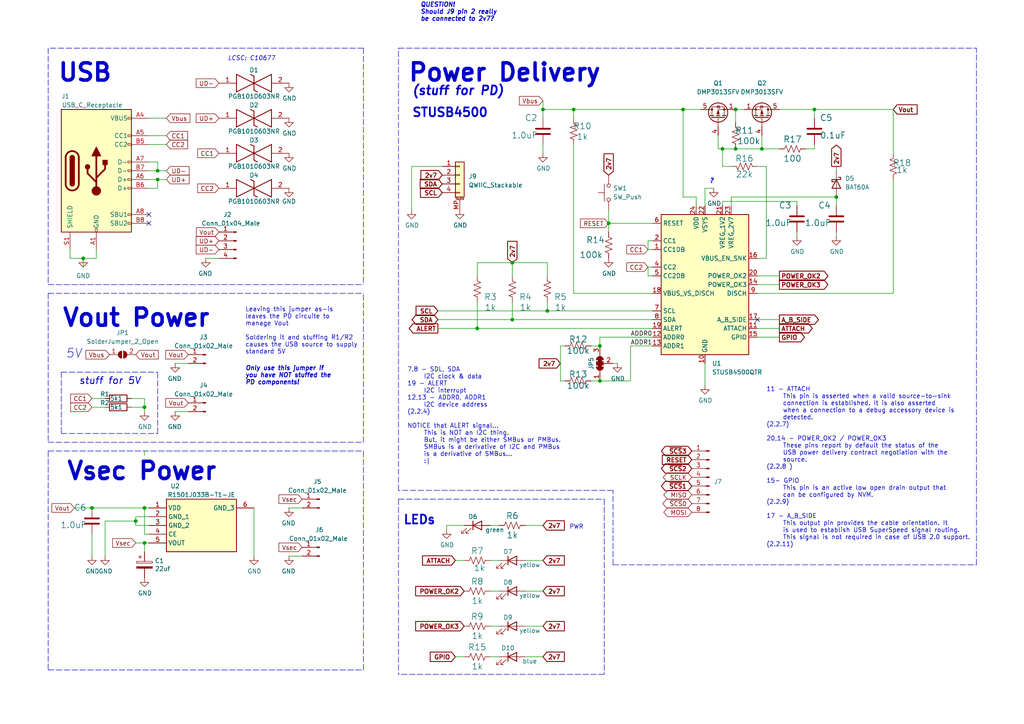
<source format=kicad_sch>
(kicad_sch (version 20211123) (generator eeschema)
  (paper "A4")
  (title_block (title "USB-C (PD) Board") (rev "0.2.9") (company "The Nerd Mage") (comment 1 "Set I2C address by cutting 1 or both links in JP5") (comment 2 "Cut all 3 links in JP2-JP4 to remove I2C pullups") (comment 3 "Stuff U1/C1/C6 for 3v3 power supply") (comment 4 "Stuff only R1/R2 and jump JP1 for 5V (non PD) power on Vout"))
  (junction (at 157.48 31.75))
  (junction (at 220.98 43.18))
  (junction (at 138.43 95.25))
  (junction (at 213.36 43.18))
  (junction (at 166.37 31.75))
  (junction (at 26.67 147.32))
  (junction (at 173.99 100.33))
  (junction (at 41.91 157.48))
  (junction (at 39.37 151.13))
  (junction (at 173.99 110.49))
  (junction (at 176.53 64.77))
  (junction (at 198.12 31.75))
  (junction (at 45.72 49.53))
  (junction (at 236.22 31.75))
  (junction (at 213.36 31.75))
  (junction (at 158.75 90.17))
  (junction (at 242.57 57.15))
  (junction (at 41.91 147.32))
  (junction (at 45.72 52.07))
  (junction (at 24.13 74.93))
  (junction (at 148.59 92.71))
  (junction (at 148.59 76.2))
  (junction (at 209.55 43.18))
  (junction (at 41.91 118.11))
  (no_connect (at 43.18 62.23))
  (no_connect (at 43.18 64.77))
  (no_connect (at 219.71 92.71))
  (wire (pts (xy 127 95.25) (xy 138.43 95.25)))
  (wire (pts (xy 171.45 110.49) (xy 173.99 110.49)))
  (wire (pts (xy 201.93 57.15) (xy 201.93 59.69)))
  (wire (pts (xy 182.88 100.33) (xy 189.23 100.33)))
  (wire (pts (xy 204.47 54.61) (xy 204.47 59.69)))
  (wire (pts (xy 41.91 157.48) (xy 41.91 160.02)))
  (wire (pts (xy 129.54 152.4) (xy 129.54 153.67)))
  (wire (pts (xy 236.22 31.75) (xy 259.08 31.75)))
  (wire (pts (xy 213.36 31.75) (xy 213.36 35.56)))
  (wire (pts (xy 54.61 119.38) (xy 50.8 119.38)))
  (polyline (pts (xy 115.57 144.78) (xy 175.26 144.78)))
  (polyline (pts (xy 105.41 13.97) (xy 105.41 82.55)))
  (wire (pts (xy 209.55 43.18) (xy 213.36 43.18)))
  (wire (pts (xy 176.53 60.96) (xy 176.53 64.77)))
  (wire (pts (xy 43.18 34.29) (xy 48.26 34.29)))
  (wire (pts (xy 43.18 154.94) (xy 41.91 154.94)))
  (wire (pts (xy 219.71 97.79) (xy 226.06 97.79)))
  (wire (pts (xy 242.57 49.53) (xy 242.57 48.26)))
  (wire (pts (xy 219.71 82.55) (xy 226.06 82.55)))
  (wire (pts (xy 87.63 161.29) (xy 83.82 161.29)))
  (polyline (pts (xy 105.41 13.97) (xy 13.97 13.97)))
  (wire (pts (xy 198.12 31.75) (xy 203.2 31.75)))
  (polyline (pts (xy 13.97 128.27) (xy 105.41 128.27)))
  (wire (pts (xy 157.48 31.75) (xy 166.37 31.75)))
  (polyline (pts (xy 115.57 144.78) (xy 115.57 195.58)))
  (wire (pts (xy 198.12 57.15) (xy 201.93 57.15)))
  (wire (pts (xy 152.4 162.56) (xy 157.48 162.56)))
  (wire (pts (xy 127 92.71) (xy 148.59 92.71)))
  (wire (pts (xy 187.96 69.85) (xy 187.96 72.39)))
  (wire (pts (xy 158.75 80.01) (xy 158.75 76.2)))
  (polyline (pts (xy 105.41 128.27) (xy 105.41 85.09)))
  (wire (pts (xy 41.91 118.11) (xy 41.91 119.38)))
  (wire (pts (xy 142.24 171.45) (xy 144.78 171.45)))
  (polyline (pts (xy 45.72 125.73) (xy 45.72 107.95)))
  (wire (pts (xy 20.32 74.93) (xy 24.13 74.93)))
  (wire (pts (xy 45.72 49.53) (xy 48.26 49.53)))
  (wire (pts (xy 43.18 54.61) (xy 45.72 54.61)))
  (wire (pts (xy 26.67 115.57) (xy 30.48 115.57)))
  (wire (pts (xy 231.14 58.42) (xy 231.14 59.69)))
  (wire (pts (xy 189.23 97.79) (xy 173.99 97.79)))
  (wire (pts (xy 158.75 87.63) (xy 158.75 90.17)))
  (polyline (pts (xy 17.78 125.73) (xy 45.72 125.73)))
  (wire (pts (xy 128.27 48.26) (xy 119.38 48.26)))
  (wire (pts (xy 129.54 152.4) (xy 134.62 152.4)))
  (wire (pts (xy 233.68 43.18) (xy 236.22 43.18)))
  (wire (pts (xy 152.4 190.5) (xy 157.48 190.5)))
  (wire (pts (xy 212.09 59.69) (xy 212.09 57.15)))
  (polyline (pts (xy 13.97 130.81) (xy 105.41 130.81)))
  (wire (pts (xy 134.62 190.5) (xy 132.08 190.5)))
  (wire (pts (xy 162.56 100.33) (xy 163.83 100.33)))
  (wire (pts (xy 157.48 41.91) (xy 157.48 44.45)))
  (wire (pts (xy 204.47 105.41) (xy 204.47 111.76)))
  (wire (pts (xy 43.18 41.91) (xy 48.26 41.91)))
  (wire (pts (xy 209.55 58.42) (xy 209.55 59.69)))
  (wire (pts (xy 148.59 76.2) (xy 138.43 76.2)))
  (polyline (pts (xy 13.97 85.09) (xy 13.97 128.27)))
  (wire (pts (xy 189.23 69.85) (xy 187.96 69.85)))
  (polyline (pts (xy 17.78 107.95) (xy 17.78 125.73)))
  (wire (pts (xy 152.4 181.61) (xy 157.48 181.61)))
  (polyline (pts (xy 175.26 195.58) (xy 115.57 195.58)))
  (wire (pts (xy 157.48 31.75) (xy 157.48 34.29)))
  (wire (pts (xy 38.1 115.57) (xy 41.91 115.57)))
  (polyline (pts (xy 13.97 194.31) (xy 105.41 194.31)))
  (wire (pts (xy 43.18 46.99) (xy 45.72 46.99)))
  (wire (pts (xy 63.5 74.93) (xy 59.69 74.93)))
  (wire (pts (xy 157.48 29.21) (xy 157.48 31.75)))
  (wire (pts (xy 138.43 87.63) (xy 138.43 95.25)))
  (wire (pts (xy 189.23 77.47) (xy 187.96 77.47)))
  (wire (pts (xy 219.71 95.25) (xy 226.06 95.25)))
  (wire (pts (xy 198.12 57.15) (xy 198.12 31.75)))
  (polyline (pts (xy 13.97 82.55) (xy 105.41 82.55)))
  (wire (pts (xy 45.72 52.07) (xy 48.26 52.07)))
  (wire (pts (xy 162.56 100.33) (xy 162.56 110.49)))
  (wire (pts (xy 242.57 67.31) (xy 242.57 68.58)))
  (wire (pts (xy 41.91 154.94) (xy 41.91 147.32)))
  (wire (pts (xy 208.28 43.18) (xy 208.28 39.37)))
  (wire (pts (xy 24.13 74.93) (xy 24.13 77.47)))
  (wire (pts (xy 163.83 110.49) (xy 162.56 110.49)))
  (wire (pts (xy 219.71 80.01) (xy 226.06 80.01)))
  (wire (pts (xy 30.48 151.13) (xy 39.37 151.13)))
  (wire (pts (xy 231.14 67.31) (xy 231.14 68.58)))
  (wire (pts (xy 43.18 52.07) (xy 45.72 52.07)))
  (wire (pts (xy 207.01 54.61) (xy 204.47 54.61)))
  (wire (pts (xy 209.55 58.42) (xy 231.14 58.42)))
  (polyline (pts (xy 115.57 142.24) (xy 115.57 13.97)))
  (polyline (pts (xy 105.41 194.31) (xy 105.41 130.81)))
  (wire (pts (xy 177.8 105.41) (xy 179.07 105.41)))
  (wire (pts (xy 142.24 181.61) (xy 144.78 181.61)))
  (wire (pts (xy 259.08 52.07) (xy 259.08 85.09)))
  (wire (pts (xy 212.09 57.15) (xy 242.57 57.15)))
  (wire (pts (xy 158.75 76.2) (xy 148.59 76.2)))
  (polyline (pts (xy 13.97 130.81) (xy 13.97 194.31)))
  (wire (pts (xy 142.24 190.5) (xy 144.78 190.5)))
  (wire (pts (xy 21.59 147.32) (xy 26.67 147.32)))
  (polyline (pts (xy 115.57 13.97) (xy 283.21 13.97)))
  (wire (pts (xy 173.99 97.79) (xy 173.99 100.33)))
  (polyline (pts (xy 177.8 142.24) (xy 115.57 142.24)))
  (wire (pts (xy 171.45 100.33) (xy 173.99 100.33)))
  (wire (pts (xy 38.1 118.11) (xy 41.91 118.11)))
  (polyline (pts (xy 13.97 13.97) (xy 13.97 82.55)))
  (wire (pts (xy 219.71 48.26) (xy 222.25 48.26)))
  (wire (pts (xy 26.67 154.94) (xy 26.67 161.29)))
  (wire (pts (xy 182.88 100.33) (xy 182.88 110.49)))
  (wire (pts (xy 213.36 31.75) (xy 215.9 31.75)))
  (wire (pts (xy 54.61 105.41) (xy 50.8 105.41)))
  (wire (pts (xy 187.96 80.01) (xy 187.96 77.47)))
  (wire (pts (xy 43.18 49.53) (xy 45.72 49.53)))
  (polyline (pts (xy 177.8 163.83) (xy 177.8 142.24)))
  (wire (pts (xy 138.43 76.2) (xy 138.43 80.01)))
  (wire (pts (xy 220.98 43.18) (xy 226.06 43.18)))
  (wire (pts (xy 148.59 76.2) (xy 148.59 80.01)))
  (wire (pts (xy 166.37 31.75) (xy 166.37 34.29)))
  (wire (pts (xy 213.36 43.18) (xy 220.98 43.18)))
  (polyline (pts (xy 17.78 107.95) (xy 45.72 107.95)))
  (wire (pts (xy 39.37 157.48) (xy 41.91 157.48)))
  (wire (pts (xy 259.08 31.75) (xy 259.08 44.45)))
  (wire (pts (xy 176.53 64.77) (xy 176.53 67.31)))
  (wire (pts (xy 152.4 152.4) (xy 157.48 152.4)))
  (wire (pts (xy 43.18 149.86) (xy 39.37 149.86)))
  (wire (pts (xy 41.91 132.08) (xy 41.91 130.81)))
  (wire (pts (xy 39.37 151.13) (xy 39.37 152.4)))
  (wire (pts (xy 27.94 72.39) (xy 27.94 74.93)))
  (wire (pts (xy 41.91 157.48) (xy 43.18 157.48)))
  (wire (pts (xy 73.66 147.32) (xy 73.66 161.29)))
  (wire (pts (xy 24.13 74.93) (xy 27.94 74.93)))
  (wire (pts (xy 20.32 72.39) (xy 20.32 74.93)))
  (wire (pts (xy 166.37 85.09) (xy 166.37 41.91)))
  (wire (pts (xy 142.24 152.4) (xy 144.78 152.4)))
  (wire (pts (xy 222.25 74.93) (xy 222.25 48.26)))
  (wire (pts (xy 189.23 72.39) (xy 187.96 72.39)))
  (wire (pts (xy 26.67 118.11) (xy 30.48 118.11)))
  (wire (pts (xy 39.37 149.86) (xy 39.37 151.13)))
  (wire (pts (xy 236.22 34.29) (xy 236.22 31.75)))
  (polyline (pts (xy 177.8 163.83) (xy 283.21 163.83)))
  (wire (pts (xy 148.59 92.71) (xy 189.23 92.71)))
  (wire (pts (xy 189.23 80.01) (xy 187.96 80.01)))
  (wire (pts (xy 132.08 162.56) (xy 134.62 162.56)))
  (wire (pts (xy 219.71 74.93) (xy 222.25 74.93)))
  (wire (pts (xy 182.88 110.49) (xy 173.99 110.49)))
  (wire (pts (xy 119.38 48.26) (xy 119.38 60.96)))
  (wire (pts (xy 220.98 39.37) (xy 220.98 43.18)))
  (wire (pts (xy 39.37 152.4) (xy 43.18 152.4)))
  (wire (pts (xy 45.72 54.61) (xy 45.72 52.07)))
  (wire (pts (xy 166.37 85.09) (xy 189.23 85.09)))
  (wire (pts (xy 209.55 48.26) (xy 212.09 48.26)))
  (wire (pts (xy 138.43 95.25) (xy 189.23 95.25)))
  (wire (pts (xy 236.22 31.75) (xy 226.06 31.75)))
  (wire (pts (xy 242.57 57.15) (xy 242.57 59.69)))
  (wire (pts (xy 219.71 92.71) (xy 226.06 92.71)))
  (wire (pts (xy 152.4 171.45) (xy 157.48 171.45)))
  (polyline (pts (xy 175.26 144.78) (xy 175.26 195.58)))
  (wire (pts (xy 209.55 43.18) (xy 209.55 48.26)))
  (wire (pts (xy 259.08 85.09) (xy 219.71 85.09)))
  (wire (pts (xy 30.48 161.29) (xy 30.48 151.13)))
  (wire (pts (xy 43.18 39.37) (xy 48.26 39.37)))
  (wire (pts (xy 45.72 46.99) (xy 45.72 49.53)))
  (wire (pts (xy 209.55 43.18) (xy 208.28 43.18)))
  (wire (pts (xy 176.53 64.77) (xy 189.23 64.77)))
  (wire (pts (xy 41.91 147.32) (xy 43.18 147.32)))
  (polyline (pts (xy 283.21 163.83) (xy 283.21 13.97)))
  (polyline (pts (xy 13.97 85.09) (xy 105.41 85.09)))
  (wire (pts (xy 41.91 115.57) (xy 41.91 118.11)))
  (wire (pts (xy 166.37 31.75) (xy 198.12 31.75)))
  (wire (pts (xy 236.22 43.18) (xy 236.22 41.91)))
  (wire (pts (xy 148.59 87.63) (xy 148.59 92.71)))
  (wire (pts (xy 142.24 162.56) (xy 144.78 162.56)))
  (wire (pts (xy 158.75 90.17) (xy 189.23 90.17)))
  (wire (pts (xy 127 90.17) (xy 158.75 90.17)))
  (wire (pts (xy 87.63 147.32) (xy 83.82 147.32)))
  (wire (pts (xy 26.67 147.32) (xy 41.91 147.32)))
  (text "Vsec Power" (at 19.05 139.7 0) (effects (font (size 5 5) (thickness 1) bold) (justify left bottom)))
  (text "Vout Power" (at 17.78 95.25 0) (effects (font (size 5 5) (thickness 1) bold) (justify left bottom)))
  (text "Only use this jumper if\nyou have NOT stuffed the\nPD components!" (at 71.12 111.76 0) (effects (font (size 1.27 1.27) (thickness 0.254) bold italic) (justify left bottom)))
  (text "QUESTION!\nShould J9 pin 2 really\nbe connected to 2v7?" (at 121.92 6.35 0) (effects (font (size 1.27 1.27) (thickness 0.254) bold italic) (justify left bottom)))
  (text "stuff for 5V" (at 22.86 111.76 0) (effects (font (size 2 2) (thickness 0.254) bold italic) (justify left bottom)))
  (text "?" (at 205.74 53.34 0) (effects (font (size 1.27 1.27) (thickness 0.254) bold italic) (justify left bottom)))
  (text "STUSB4500" (at 119.38 34.29 180) (effects (font (size 2.54 2.54) (thickness 0.508) bold) (justify left bottom)))
  (text "LCSC: C10677" (at 66.04 17.78 0) (effects (font (size 1.27 1.27) italic) (justify left bottom)))
  (text "USB" (at 16.51 24.13 0) (effects (font (size 5 5) (thickness 1) bold) (justify left bottom)))
  (text "7,8 - SDL, SDA\n	I2C clock & data\n19 - ALERT\n	I2C interrupt\n12,13 - ADDR0, ADDR1\n	I2C device address\n(2.2.4)\n\nNOTICE that ALERT signal...\n	This is NOT an I2C thing.\n	But, it might be either SMBus or PMBus.\n	SMBus is a derivative of I2C and PMBus\n	is a derivative of SMBus...\n	:|" (at 118.11 134.62 0) (effects (font (size 1.27 1.27)) (justify left bottom)))
  (text "(stuff for PD)" (at 119.38 27.94 0) (effects (font (size 2.54 2.54) (thickness 0.508) bold italic) (justify left bottom)))
  (text "Power Delivery" (at 118.11 24.13 0) (effects (font (size 5 5) (thickness 1) bold) (justify left bottom)))
  (text "Leaving this jumper as-is\nleaves the PD circuite to\nmanage Vout\n\nSoldering it and stuffing R1/R2\ncauses the USB source to supply\nstandard 5V" (at 71.12 102.87 0) (effects (font (size 1.27 1.27)) (justify left bottom)))
  (text "PWR" (at 165.1 153.67 0) (effects (font (size 1.27 1.27)) (justify left bottom)))
  (text "5V" (at 19.05 104.14 0) (effects (font (size 2.54 2.54) italic) (justify left bottom)))
  (text "11 - ATTACH\n	This pin is asserted when a valid source-to-sink\n	connection is established. It is also asserted\n	when a connection to a debug accessory device is\n	detected.\n(2.2.7)\n\n20,14 - POWER_OK2 / POWER_OK3\n	These pins report by default the status of the\n	USB power delivery contract negotiation with the\n	source.\n(2.2.8 )\n\n15- GPIO\n	This pin is an active low open drain output that\n	can be configured by NVM.\n(2.2.9)\n\n17 - A_B_SIDE\n	This output pin provides the cable orientation. It\n	is used to establish USB SuperSpeed signal routing.\n	This signal is not required in case of USB 2.0 support.\n(2.2.11)" (at 222.25 158.75 0) (effects (font (size 1.27 1.27)) (justify left bottom)))
  (text "LEDs" (at 116.84 152.4 180) (effects (font (size 2.54 2.54) (thickness 0.508) bold) (justify left bottom)))
  (label "ADDR1" (at 182.88 100.33 0))
  (label "ADDR0" (at 182.88 97.79 0))
  (global_label "2v7" (shape input) (at 157.48 190.5 0) (effects (font (thickness 0.254) bold)) (property "Intersheet References" "${INTERSHEET_REFS}" (effects hide)))
  (global_label "Vbus" (shape input) (at 31.75 102.87 180) (property "Intersheet References" "${INTERSHEET_REFS}" (effects hide)))
  (global_label "Vout" (shape input) (at 39.37 102.87 0) (property "Intersheet References" "${INTERSHEET_REFS}" (effects hide)))
  (global_label "MOSI" (shape bidirectional) (at 200.66 148.59 180) (property "Intersheet References" "${INTERSHEET_REFS}" (effects hide)))
  (global_label "GPIO" (shape output) (at 226.06 97.79 0) (effects (font (thickness 0.254) bold)) (property "Intersheet References" "${INTERSHEET_REFS}" (effects hide)))
  (global_label "CC2" (shape input) (at 187.96 77.47 180) (property "Intersheet References" "${INTERSHEET_REFS}" (effects hide)))
  (global_label "SCL" (shape input) (at 127 90.17 180) (effects (font (thickness 0.254) bold)) (property "Intersheet References" "${INTERSHEET_REFS}" (effects hide)))
  (global_label "Vout" (shape input) (at 21.59 147.32 180) (property "Intersheet References" "${INTERSHEET_REFS}" (effects hide)))
  (global_label "2v7" (shape output) (at 242.57 48.26 90) (effects (font (thickness 0.254) bold)) (property "Intersheet References" "${INTERSHEET_REFS}" (effects hide)))
  (global_label "2v7" (shape input) (at 128.27 50.8 180) (effects (font (thickness 0.254) bold)) (property "Intersheet References" "${INTERSHEET_REFS}" (effects hide)))
  (global_label "CC1" (shape input) (at 187.96 72.39 180) (property "Intersheet References" "${INTERSHEET_REFS}" (effects hide)))
  (global_label "ATTACH" (shape input) (at 132.08 162.56 180) (effects (font (thickness 0.254) bold)) (property "Intersheet References" "${INTERSHEET_REFS}" (effects hide)))
  (global_label "RESET" (shape input) (at 200.66 133.35 180) (effects (font (thickness 0.254) bold)) (property "Intersheet References" "${INTERSHEET_REFS}" (effects hide)))
  (global_label "Vsec" (shape input) (at 39.37 157.48 180) (property "Intersheet References" "${INTERSHEET_REFS}" (effects hide)))
  (global_label "Vout" (shape input) (at 63.5 67.31 180) (property "Intersheet References" "${INTERSHEET_REFS}" (effects hide)))
  (global_label "2v7" (shape input) (at 157.48 152.4 0) (effects (font (thickness 0.254) bold)) (property "Intersheet References" "${INTERSHEET_REFS}" (effects hide)))
  (global_label "RESET" (shape input) (at 176.53 64.77 180) (property "Intersheet References" "${INTERSHEET_REFS}" (effects hide)))
  (global_label "Vout" (shape input) (at 54.61 102.87 180) (property "Intersheet References" "${INTERSHEET_REFS}" (effects hide)))
  (global_label "Vout" (shape input) (at 259.08 31.75 0) (effects (font (thickness 0.254) bold)) (property "Intersheet References" "${INTERSHEET_REFS}" (effects hide)))
  (global_label "POWER_OK3" (shape input) (at 134.62 181.61 180) (effects (font (thickness 0.254) bold)) (property "Intersheet References" "${INTERSHEET_REFS}" (effects hide)))
  (global_label "Vsec" (shape input) (at 87.63 144.78 180) (property "Intersheet References" "${INTERSHEET_REFS}" (effects hide)))
  (global_label "UD+" (shape input) (at 48.26 52.07 0) (property "Intersheet References" "${INTERSHEET_REFS}" (effects hide)))
  (global_label "CC1" (shape input) (at 48.26 39.37 0) (property "Intersheet References" "${INTERSHEET_REFS}" (effects hide)))
  (global_label "UD-" (shape input) (at 63.5 72.39 180) (property "Intersheet References" "${INTERSHEET_REFS}" (effects hide)))
  (global_label "MISO" (shape bidirectional) (at 200.66 143.51 180) (property "Intersheet References" "${INTERSHEET_REFS}" (effects hide)))
  (global_label "Vout" (shape input) (at 54.61 116.84 180) (property "Intersheet References" "${INTERSHEET_REFS}" (effects hide)))
  (global_label "A_B_SIDE" (shape output) (at 226.06 92.71 0) (effects (font (thickness 0.254) bold)) (property "Intersheet References" "${INTERSHEET_REFS}" (effects hide)))
  (global_label "2v7" (shape input) (at 157.48 181.61 0) (effects (font (thickness 0.254) bold)) (property "Intersheet References" "${INTERSHEET_REFS}" (effects hide)))
  (global_label "CC2" (shape input) (at 63.5 54.61 180) (property "Intersheet References" "${INTERSHEET_REFS}" (effects hide)))
  (global_label "UD+" (shape input) (at 63.5 34.29 180) (property "Intersheet References" "${INTERSHEET_REFS}" (effects hide)))
  (global_label "2v7" (shape input) (at 157.48 162.56 0) (effects (font (thickness 0.254) bold)) (property "Intersheet References" "${INTERSHEET_REFS}" (effects hide)))
  (global_label "SDA" (shape bidirectional) (at 127 92.71 180) (effects (font bold)) (property "Intersheet References" "${INTERSHEET_REFS}" (effects hide)))
  (global_label "~{SCS}2" (shape bidirectional) (at 200.66 135.89 180) (effects (font (thickness 0.254) bold)) (property "Intersheet References" "${INTERSHEET_REFS}" (effects hide)))
  (global_label "POWER_OK2" (shape output) (at 226.06 80.01 0) (effects (font (thickness 0.254) bold)) (property "Intersheet References" "${INTERSHEET_REFS}" (effects hide)))
  (global_label "2v7" (shape input) (at 157.48 171.45 0) (effects (font (thickness 0.254) bold)) (property "Intersheet References" "${INTERSHEET_REFS}" (effects hide)))
  (global_label "CC2" (shape input) (at 48.26 41.91 0) (property "Intersheet References" "${INTERSHEET_REFS}" (effects hide)))
  (global_label "POWER_OK3" (shape output) (at 226.06 82.55 0) (effects (font (thickness 0.254) bold)) (property "Intersheet References" "${INTERSHEET_REFS}" (effects hide)))
  (global_label "ATTACH" (shape output) (at 226.06 95.25 0) (effects (font (thickness 0.254) bold)) (property "Intersheet References" "${INTERSHEET_REFS}" (effects hide)))
  (global_label "ALERT" (shape output) (at 127 95.25 180) (effects (font bold)) (property "Intersheet References" "${INTERSHEET_REFS}" (effects hide)))
  (global_label "SDA" (shape input) (at 128.27 53.34 180) (effects (font bold)) (property "Intersheet References" "${INTERSHEET_REFS}" (effects hide)))
  (global_label "UD-" (shape input) (at 48.26 49.53 0) (property "Intersheet References" "${INTERSHEET_REFS}" (effects hide)))
  (global_label "2v7" (shape input) (at 162.56 105.41 180) (effects (font (thickness 0.254) bold)) (property "Intersheet References" "${INTERSHEET_REFS}" (effects hide)))
  (global_label "2v7" (shape input) (at 148.59 76.2 90) (effects (font (thickness 0.254) bold)) (property "Intersheet References" "${INTERSHEET_REFS}" (effects hide)))
  (global_label "GPIO" (shape input) (at 132.08 190.5 180) (effects (font (thickness 0.254) bold)) (property "Intersheet References" "${INTERSHEET_REFS}" (effects hide)))
  (global_label "Vsec" (shape input) (at 87.63 158.75 180) (property "Intersheet References" "${INTERSHEET_REFS}" (effects hide)))
  (global_label "CC2" (shape input) (at 26.67 118.11 180) (property "Intersheet References" "${INTERSHEET_REFS}" (effects hide)))
  (global_label "~{SCS}1" (shape bidirectional) (at 200.66 140.97 180) (effects (font (thickness 0.254) bold)) (property "Intersheet References" "${INTERSHEET_REFS}" (effects hide)))
  (global_label "~{SCS}0" (shape bidirectional) (at 200.66 146.05 180) (property "Intersheet References" "${INTERSHEET_REFS}" (effects hide)))
  (global_label "~{SCS}3" (shape bidirectional) (at 200.66 130.81 180) (effects (font (thickness 0.254) bold)) (property "Intersheet References" "${INTERSHEET_REFS}" (effects hide)))
  (global_label "Vbus" (shape input) (at 157.48 29.21 180) (property "Intersheet References" "${INTERSHEET_REFS}" (effects hide)))
  (global_label "SCL" (shape input) (at 128.27 55.88 180) (effects (font (thickness 0.254) bold)) (property "Intersheet References" "${INTERSHEET_REFS}" (effects hide)))
  (global_label "2v7" (shape input) (at 176.53 50.8 90) (effects (font (thickness 0.254) bold)) (property "Intersheet References" "${INTERSHEET_REFS}" (effects hide)))
  (global_label "CC1" (shape input) (at 63.5 44.45 180) (property "Intersheet References" "${INTERSHEET_REFS}" (effects hide)))
  (global_label "Vbus" (shape input) (at 48.26 34.29 0) (property "Intersheet References" "${INTERSHEET_REFS}" (effects hide)))
  (global_label "UD-" (shape input) (at 63.5 24.13 180) (property "Intersheet References" "${INTERSHEET_REFS}" (effects hide)))
  (global_label "SCLK" (shape bidirectional) (at 200.66 138.43 180) (property "Intersheet References" "${INTERSHEET_REFS}" (effects hide)))
  (global_label "UD+" (shape input) (at 63.5 69.85 180) (property "Intersheet References" "${INTERSHEET_REFS}" (effects hide)))
  (global_label "POWER_OK2" (shape input) (at 134.62 171.45 180) (effects (font (thickness 0.254) bold)) (property "Intersheet References" "${INTERSHEET_REFS}" (effects hide)))
  (global_label "CC1" (shape input) (at 26.67 115.57 180) (property "Intersheet References" "${INTERSHEET_REFS}" (effects hide)))
  (symbol (lib_id "Diode:BAT60A") (at 242.57 53.34 270) (unit 1)
    (property "Reference" "D5" (at 245.11 51.7524 90) (effects (justify left)))
    (property "Value" "BAT60A" (at 245.11 54.2924 90) (effects (justify left)))
    (property "Footprint" "Diode_SMD:D_SOD-323" (effects hide))
    (property "Datasheet" "https://www.infineon.com/dgdl/Infineon-BAT60ASERIES-DS-v01_01-en.pdf?fileId=db3a304313d846880113def70c9304a9" (effects hide))
    (property "LCSC" "C5355496" (effects hide))
    (property "DigiKey" "BAT60AE6327HTSA1CT-ND" (effects hide))
  )
  (symbol (lib_id "Jumper:SolderJumper_3_Bridged123") (at 173.99 105.41 90) (unit 1) (in_bom no)
    (property "Reference" "JP5" (at 171.45 105.41 0))
    (property "Value" "SolderJumper_3_Bridged123" (effects hide))
    (property "Footprint" "Tinker:SolderJumper-3_P1.3mm_Bridged123_Pad1.0x1.5mm" (effects hide))
  )
  (symbol (lib_id "Device:LED") (at 148.59 190.5 0) (unit 1) (in_bom no) (on_board no)
    (property "Reference" "D10" (at 147.32 187.96 0))
    (property "Value" "blue" (at 153.67 191.77 0))
    (property "Footprint" "LED_SMD:LED_0603_1608Metric" (effects hide))
    (property "LCSC" "C434420" (effects hide))
  )
  (symbol (lib_id "Device:LED") (at 148.59 171.45 0) (unit 1)
    (property "Reference" "D8" (at 147.32 168.91 0))
    (property "Value" "yellow" (at 153.67 172.72 0))
    (property "Footprint" "LED_SMD:LED_0603_1608Metric" (effects hide))
    (property "LCSC" "C434424" (effects hide))
  )
  (symbol (lib_id "Device:C") (at 157.48 38.1 0) (mirror y) (unit 1)
    (property "Reference" "C2" (at 155.956 35.179 0) (effects (font (size 1.778 1.778)) (justify left bottom)))
    (property "Value" "1.0uF" (at 155.956 40.259 0) (effects (font (size 1.778 1.778)) (justify left bottom)))
    (property "Footprint" "Capacitor_SMD:C_0603_1608Metric" (effects hide))
    (property "LCSC" "C559769" (effects hide))
  )
  (symbol (lib_id "power:GND") (at 30.48 161.29 0) (unit 1)
    (property "Reference" "#PWR0111" (effects hide))
    (property "Value" "GND" (at 30.607 165.6842 0))
  )
  (symbol (lib_id "R1501J033B-T1-JE:R1501J033B-T1-JE") (at 43.18 147.32 0) (unit 1)
    (property "Reference" "U2" (at 50.8 140.97 0))
    (property "Value" "R1501J033B-T1-JE" (at 58.42 143.51 0))
    (property "Footprint" "Tinker:R1501J033BT1JE" (effects hide))
    (property "Reference_1" "IC" (effects hide))
    (property "Value_1" "R1501J033B-T1-JE" (effects hide))
    (property "Footprint_1" "R1501J033BT1JE" (effects hide))
    (property "Datasheet_1" "https://www.nisshinbo-microdevices.co.jp/en/pdf/datasheet/r1501-ec.pdf" (effects hide))
    (property "Height" "2.627" (effects hide))
    (property "Manufacturer_Name" "Nisshinbo" (effects hide))
    (property "Manufacturer_Part_Number" "R1501J033B-T1-JE" (effects hide))
    (property "LCSC" "C3748149" (effects hide))
    (property "DigiKey" "2129-R1501J033B-T1-JECT-ND" (effects hide))
  )
  (symbol (lib_id "Device:C") (at 242.57 63.5 0) (mirror y) (unit 1)
    (property "Reference" "C4" (at 241.046 60.579 0) (effects (font (size 1.778 1.778)) (justify left bottom)))
    (property "Value" "1.0uF" (at 241.046 65.659 0) (effects (font (size 1.778 1.778)) (justify left bottom)))
    (property "Footprint" "Capacitor_SMD:C_0603_1608Metric" (effects hide))
    (property "LCSC" "C559769" (effects hide))
  )
  (symbol (lib_id "PGB1010603NR:PGB1010603NR") (at 63.5 44.45 0) (unit 1)
    (property "Reference" "D3" (at 73.66 40.64 0))
    (property "Value" "PGB1010603NR" (at 73.66 48.26 0))
    (property "Footprint" "Tinker:PGB1010603NRHF" (effects hide))
    (property "Reference_1" "D" (effects hide))
    (property "Value_1" "PGB1010603NR" (effects hide))
    (property "Footprint_1" "PGB1010603NRHF" (effects hide))
    (property "Datasheet_1" "https://www.littelfuse.com/data/en/data_sheets/littelfuse_pulseguard-esd_pgb1.pdf" (effects hide))
    (property "Height" "0.36" (effects hide))
    (property "Manufacturer_Name" "LITTELFUSE" (effects hide))
    (property "Manufacturer_Part_Number" "PGB1010603NR" (effects hide))
    (property "Mouser Part Number" "576-PGB1010603NR" (effects hide))
    (property "Mouser Price/Stock" "https://www.mouser.co.uk/ProductDetail/Littelfuse/PGB1010603NR?qs=gu7KAQ731UTJOoBJUwB8FA%3D%3D" (effects hide))
    (property "Arrow Part Number" "PGB1010603NR" (effects hide))
    (property "Arrow Price/Stock" "https://www.arrow.com/en/products/pgb1010603nr/littelfuse?region=nac" (effects hide))
    (property "LCSC" "C10677" (effects hide))
    (property "DigiKey" "F3591CT-ND" (effects hide))
  )
  (symbol (lib_id "Device:R_US") (at 229.87 43.18 90) (unit 1)
    (property "Reference" "R17" (at 229.87 39.37 90) (effects (font (size 1.778 1.778)) (justify bottom)))
    (property "Value" "100" (at 229.87 46.99 90) (effects (font (size 1.778 1.778)) (justify top)))
    (property "Footprint" "Resistor_SMD:R_0603_1608Metric" (effects hide))
    (property "LCSC" "C22775" (effects hide))
  )
  (symbol (lib_id "Device:R_US") (at 213.36 39.37 180) (unit 1)
    (property "Reference" "R11" (at 215.9 36.83 0) (effects (font (size 1.778 1.778)) (justify bottom)))
    (property "Value" "100k" (at 217.17 41.91 0) (effects (font (size 1.778 1.778)) (justify top)))
    (property "Footprint" "Resistor_SMD:R_0603_1608Metric" (effects hide))
    (property "LCSC" "C25803" (effects hide))
  )
  (symbol (lib_id "Device:LED") (at 138.43 152.4 0) (unit 1)
    (property "Reference" "D6" (at 137.16 149.86 0))
    (property "Value" "green" (at 143.51 153.67 0))
    (property "Footprint" "LED_SMD:LED_0603_1608Metric" (effects hide))
    (property "LCSC" "C434420" (effects hide))
  )
  (symbol (lib_id "Device:LED") (at 148.59 162.56 0) (unit 1)
    (property "Reference" "D7" (at 147.32 160.02 0))
    (property "Value" "yellow" (at 153.67 163.83 0))
    (property "Footprint" "LED_SMD:LED_0603_1608Metric" (effects hide))
    (property "LCSC" "C434421" (effects hide))
  )
  (symbol (lib_id "Device:C") (at 231.14 63.5 0) (mirror y) (unit 1)
    (property "Reference" "C3" (at 229.616 60.579 0) (effects (font (size 1.778 1.778)) (justify left bottom)))
    (property "Value" "1.0uF" (at 229.616 65.659 0) (effects (font (size 1.778 1.778)) (justify left bottom)))
    (property "Footprint" "Capacitor_SMD:C_0603_1608Metric" (effects hide))
    (property "LCSC" "C559769" (effects hide))
  )
  (symbol (lib_id "PGB1010603NR:PGB1010603NR") (at 63.5 24.13 0) (unit 1)
    (property "Reference" "D1" (at 73.66 20.32 0))
    (property "Value" "PGB1010603NR" (at 73.66 27.94 0))
    (property "Footprint" "Tinker:PGB1010603NRHF" (effects hide))
    (property "Reference_1" "D" (effects hide))
    (property "Value_1" "PGB1010603NR" (effects hide))
    (property "Footprint_1" "PGB1010603NRHF" (effects hide))
    (property "Datasheet_1" "https://www.littelfuse.com/data/en/data_sheets/littelfuse_pulseguard-esd_pgb1.pdf" (effects hide))
    (property "Height" "0.36" (effects hide))
    (property "Manufacturer_Name" "LITTELFUSE" (effects hide))
    (property "Manufacturer_Part_Number" "PGB1010603NR" (effects hide))
    (property "Mouser Part Number" "576-PGB1010603NR" (effects hide))
    (property "Mouser Price/Stock" "https://www.mouser.co.uk/ProductDetail/Littelfuse/PGB1010603NR?qs=gu7KAQ731UTJOoBJUwB8FA%3D%3D" (effects hide))
    (property "Arrow Part Number" "PGB1010603NR" (effects hide))
    (property "Arrow Price/Stock" "https://www.arrow.com/en/products/pgb1010603nr/littelfuse?region=nac" (effects hide))
    (property "LCSC" "C10677" (effects hide))
    (property "DigiKey" "F3591CT-ND" (effects hide))
  )
  (symbol (lib_id "power:GND") (at 26.67 161.29 0) (unit 1)
    (property "Reference" "#PWR0122" (effects hide))
    (property "Value" "GND" (at 26.797 165.6842 0))
  )
  (symbol (lib_id "Connector:Conn_01x02_Male") (at 59.69 102.87 0) (mirror y) (unit 1) (in_bom no)
    (property "Reference" "J3" (at 59.055 97.79 0))
    (property "Value" "Conn_01x02_Male" (at 59.055 100.33 0))
    (property "Footprint" "Tinker:Board_Stacker_2" (effects hide))
  )
  (symbol (lib_id "power:GND") (at 176.53 74.93 0) (unit 1)
    (property "Reference" "#PWR0116" (effects hide))
    (property "Value" "GND" (at 176.657 79.3242 0))
  )
  (symbol (lib_id "power:GND") (at 204.47 111.76 0) (unit 1)
    (property "Reference" "#PWR0113" (effects hide))
    (property "Value" "GND" (at 204.597 116.1542 0))
  )
  (symbol (lib_id "Device:CP") (at 41.91 163.83 0) (unit 1)
    (property "Reference" "C1" (at 44.9072 162.6616 0) (effects (justify left)))
    (property "Value" "22uf" (at 44.9072 164.973 0) (effects (justify left)))
    (property "Footprint" "Tinker:CP_EIA-6032-28-Tantalumm_HandSolder" (effects hide))
    (property "Datasheet" "http://datasheets.avx.com/TAJ.pdf" (effects hide))
    (property "P/N" "TAJB226M010RNJ" (effects hide))
    (property "LCSC" "C145122" (effects hide))
  )
  (symbol (lib_id "power:GND") (at 59.69 74.93 0) (mirror y) (unit 1)
    (property "Reference" "#PWR0106" (effects hide))
    (property "Value" "GND" (at 59.563 79.3242 0))
  )
  (symbol (lib_id "Device:R_US") (at 138.43 162.56 90) (unit 1)
    (property "Reference" "R7" (at 138.43 158.75 90) (effects (font (size 1.778 1.778)) (justify bottom)))
    (property "Value" "1k" (at 139.065 165.735 90) (effects (font (size 1.778 1.778)) (justify top)))
    (property "Footprint" "Resistor_SMD:R_0603_1608Metric" (effects hide))
    (property "LCSC" "C21190" (effects hide))
  )
  (symbol (lib_id "Device:R_US") (at 167.64 110.49 270) (unit 1)
    (property "Reference" "R13" (at 167.6997 109.5666 90) (effects (font (size 1.778 1.778)) (justify bottom)))
    (property "Value" "100k" (at 167.6997 110.8366 90) (effects (font (size 1.778 1.778)) (justify top)))
    (property "Footprint" "Resistor_SMD:R_0603_1608Metric" (effects hide))
    (property "LCSC" "C25803" (effects hide))
  )
  (symbol (lib_id "Transistor_FET:DMP3013SFV") (at 208.28 34.29 90) (unit 1)
    (property "Reference" "Q1" (at 208.28 24.13 90))
    (property "Value" "DMP3013SFV" (at 208.28 26.67 90))
    (property "Footprint" "Tinker:Diodes_PowerDI3333-8" (effects hide))
    (property "Datasheet" "https://www.diodes.com/assets/Datasheets/DMP3013SFV.pdf" (effects hide))
    (property "LCSC" "C264098" (effects hide))
    (property "DigiKey" "DMP3013SFV-7DICT-ND" (effects hide))
  )
  (symbol (lib_id "Device:R_US") (at 158.75 83.82 180) (unit 1)
    (property "Reference" "R5" (at 162.56 85.09 0) (effects (font (size 1.778 1.778)) (justify bottom)))
    (property "Value" "1k" (at 162.56 90.17 0) (effects (font (size 1.778 1.778)) (justify top)))
    (property "Footprint" "Resistor_SMD:R_0603_1608Metric" (effects hide))
    (property "LCSC" "C21190" (effects hide))
  )
  (symbol (lib_id "power:GND") (at 73.66 161.29 0) (unit 1)
    (property "Reference" "#PWR0121" (effects hide))
    (property "Value" "GND" (at 73.787 165.6842 0))
  )
  (symbol (lib_id "Connector:Conn_01x02_Male") (at 59.69 116.84 0) (mirror y) (unit 1) (in_bom no)
    (property "Reference" "J4" (at 59.055 111.76 0))
    (property "Value" "Conn_01x02_Male" (at 59.055 114.3 0))
    (property "Footprint" "Tinker:Board_Stacker_2" (effects hide))
  )
  (symbol (lib_id "power:GND") (at 83.82 44.45 0) (unit 1)
    (property "Reference" "#PWR0109" (effects hide))
    (property "Value" "GND" (at 83.947 48.8442 0))
  )
  (symbol (lib_id "Jumper:SolderJumper_2_Open") (at 35.56 102.87 0) (unit 1) (in_bom no)
    (property "Reference" "JP1" (at 35.56 96.52 0))
    (property "Value" "SolderJumper_2_Open" (at 35.56 99.06 0))
    (property "Footprint" "Tinker:SolderJumper-2_P_Open_Rounded_skinny" (effects hide))
  )
  (symbol (lib_id "power:GND") (at 83.82 24.13 0) (unit 1)
    (property "Reference" "#PWR0107" (effects hide))
    (property "Value" "GND" (at 83.947 28.5242 0))
  )
  (symbol (lib_id "power:GND") (at 24.13 74.93 0) (unit 1)
    (property "Reference" "#PWR0101" (effects hide))
    (property "Value" "GND" (at 24.13 80.01 0))
  )
  (symbol (lib_id "usb_c_receptacle_usb2.0:USB_C_Receptacle") (at 27.94 49.53 0) (unit 1)
    (property "Reference" "J1" (at 17.78 27.94 0) (effects (justify left)))
    (property "Value" "USB_C_Receptacle" (at 35.56 30.48 0) (effects (justify right)))
    (property "Footprint" "Tinker:USB_C_Receptacle_HRO_TYPE-C-31-M-12" (effects hide))
    (property "Datasheet" "https://www.usb.org/sites/default/files/documents/usb_type-c.zip" (effects hide))
    (property "LCSC" "C2765186" (effects hide))
  )
  (symbol (lib_id "power:GND") (at 133.35 60.96 0) (unit 1)
    (property "Reference" "#PWR0123" (effects hide))
    (property "Value" "GND" (at 133.477 65.3542 0))
  )
  (symbol (lib_id "Device:R_US") (at 166.37 38.1 180) (unit 1)
    (property "Reference" "R10" (at 168.91 35.56 0) (effects (font (size 1.778 1.778)) (justify bottom)))
    (property "Value" "1k" (at 168.91 40.64 0) (effects (font (size 1.778 1.778)) (justify top)))
    (property "Footprint" "Resistor_SMD:R_0603_1608Metric" (effects hide))
    (property "LCSC" "C21190" (effects hide))
  )
  (symbol (lib_id "Device:R_US") (at 148.59 83.82 180) (unit 1)
    (property "Reference" "R4" (at 152.4 85.09 0) (effects (font (size 1.778 1.778)) (justify bottom)))
    (property "Value" "1k" (at 152.4 90.17 0) (effects (font (size 1.778 1.778)) (justify top)))
    (property "Footprint" "Resistor_SMD:R_0603_1608Metric" (effects hide))
    (property "LCSC" "C21190" (effects hide))
  )
  (symbol (lib_id "power:GND") (at 231.14 68.58 0) (unit 1)
    (property "Reference" "#PWR0114" (effects hide))
    (property "Value" "GND" (at 231.267 72.9742 0))
  )
  (symbol (lib_id "Device:R_US") (at 259.08 48.26 0) (mirror y) (unit 1)
    (property "Reference" "R18" (at 261.62 48.26 0) (effects (font (size 1.778 1.778)) (justify bottom)))
    (property "Value" "1k" (at 261.62 48.26 0) (effects (font (size 1.778 1.778)) (justify top)))
    (property "Footprint" "Resistor_SMD:R_0603_1608Metric" (effects hide))
    (property "LCSC" "C21190" (effects hide))
  )
  (symbol (lib_id "power:GND") (at 50.8 105.41 0) (mirror y) (unit 1)
    (property "Reference" "#PWR0104" (effects hide))
    (property "Value" "GND" (at 50.673 109.8042 0))
  )
  (symbol (lib_id "power:GND") (at 83.82 34.29 0) (unit 1)
    (property "Reference" "#PWR0108" (effects hide))
    (property "Value" "GND" (at 83.947 38.6842 0))
  )
  (symbol (lib_id "Device:LED") (at 148.59 181.61 0) (unit 1)
    (property "Reference" "D9" (at 147.32 179.07 0))
    (property "Value" "yellow" (at 153.67 182.88 0))
    (property "Footprint" "LED_SMD:LED_0603_1608Metric" (effects hide))
    (property "LCSC" "C434424" (effects hide))
  )
  (symbol (lib_id "power:GND") (at 157.48 44.45 0) (unit 1)
    (property "Reference" "#PWR0112" (effects hide))
    (property "Value" "GND" (at 157.607 48.8442 0))
  )
  (symbol (lib_id "power:GND") (at 179.07 105.41 0) (unit 1)
    (property "Reference" "#PWR0119" (effects hide))
    (property "Value" "GND" (at 179.197 109.8042 0))
  )
  (symbol (lib_id "power:GND") (at 83.82 161.29 0) (mirror y) (unit 1)
    (property "Reference" "#PWR0103" (effects hide))
    (property "Value" "GND" (at 83.693 165.6842 0))
  )
  (symbol (lib_id "power:GND") (at 83.82 54.61 0) (unit 1)
    (property "Reference" "#PWR0117" (effects hide))
    (property "Value" "GND" (at 83.82 58.42 0))
  )
  (symbol (lib_id "Connector:Conn_01x08_Male") (at 205.74 138.43 0) (mirror y) (unit 1)
    (property "Reference" "J7" (at 207.01 139.6999 0) (effects (justify right)))
    (property "Value" "Conn_01x08_Male" (effects hide))
    (property "Footprint" "Tinker:PinHeader_2x04_P1.27mm_Vertical" (effects hide))
    (property "LCSC" "C2881786 + C2684732" (effects hide))
  )
  (symbol (lib_id "Device:R_US") (at 138.43 171.45 90) (unit 1)
    (property "Reference" "R8" (at 138.43 167.64 90) (effects (font (size 1.778 1.778)) (justify bottom)))
    (property "Value" "1k" (at 138.43 175.26 90) (effects (font (size 1.778 1.778)) (justify top)))
    (property "Footprint" "Resistor_SMD:R_0603_1608Metric" (effects hide))
    (property "LCSC" "C21190" (effects hide))
  )
  (symbol (lib_id "power:GND") (at 50.8 119.38 0) (mirror y) (unit 1)
    (property "Reference" "#PWR0110" (effects hide))
    (property "Value" "GND" (at 50.673 123.7742 0))
  )
  (symbol (lib_id "Device:C") (at 236.22 38.1 0) (unit 1)
    (property "Reference" "C5" (at 237.744 35.179 0) (effects (font (size 1.778 1.778)) (justify left bottom)))
    (property "Value" "0.1uF" (at 237.744 40.259 0) (effects (font (size 1.778 1.778)) (justify left bottom)))
    (property "Footprint" "Capacitor_SMD:C_0603_1608Metric" (effects hide))
    (property "LCSC" "C14663" (effects hide))
  )
  (symbol (lib_id "Device:R") (at 34.29 118.11 90) (unit 1)
    (property "Reference" "R2" (at 31.75 116.84 90) (effects (justify left)))
    (property "Value" "5k1" (at 35.56 118.11 90) (effects (justify left)))
    (property "Footprint" "Tinker:R_0603_1608Metric_Pad0.98x0.95mm_HandSolder" (effects hide))
    (property "LCSC" "C23186" (effects hide))
  )
  (symbol (lib_id "power:GND") (at 83.82 147.32 0) (mirror y) (unit 1)
    (property "Reference" "#PWR0120" (effects hide))
    (property "Value" "GND" (at 83.693 151.7142 0))
  )
  (symbol (lib_id "Device:C") (at 26.67 151.13 0) (mirror y) (unit 1)
    (property "Reference" "C6" (at 25.146 148.209 0) (effects (font (size 1.778 1.778)) (justify left bottom)))
    (property "Value" "1.0uF" (at 25.146 153.289 0) (effects (font (size 1.778 1.778)) (justify left bottom)))
    (property "Footprint" "Capacitor_SMD:C_0603_1608Metric" (effects hide))
    (property "LCSC" "C559769" (effects hide))
  )
  (symbol (lib_id "Device:R_US") (at 215.9 48.26 90) (mirror x) (unit 1)
    (property "Reference" "R16" (at 215.9 46.99 90) (effects (font (size 1.778 1.778)) (justify bottom)))
    (property "Value" "22k" (at 215.9 49.53 90) (effects (font (size 1.778 1.778)) (justify top)))
    (property "Footprint" "Resistor_SMD:R_0603_1608Metric" (effects hide))
    (property "LCSC" "C31850" (effects hide))
  )
  (symbol (lib_id "Device:R_US") (at 138.43 181.61 90) (unit 1)
    (property "Reference" "R9" (at 138.43 177.8 90) (effects (font (size 1.778 1.778)) (justify bottom)))
    (property "Value" "1k" (at 138.43 185.42 90) (effects (font (size 1.778 1.778)) (justify top)))
    (property "Footprint" "Resistor_SMD:R_0603_1608Metric" (effects hide))
    (property "LCSC" "C21190" (effects hide))
  )
  (symbol (lib_id "Device:R") (at 34.29 115.57 90) (unit 1)
    (property "Reference" "R1" (at 31.75 114.3 90) (effects (justify left)))
    (property "Value" "5k1" (at 35.56 115.57 90) (effects (justify left)))
    (property "Footprint" "Tinker:R_0603_1608Metric_Pad0.98x0.95mm_HandSolder" (effects hide))
    (property "LCSC" "C23186" (effects hide))
  )
  (symbol (lib_id "power:GND") (at 242.57 68.58 0) (unit 1)
    (property "Reference" "#PWR0115" (effects hide))
    (property "Value" "GND" (at 242.697 72.9742 0))
  )
  (symbol (lib_id "Device:R_US") (at 138.43 190.5 90) (unit 1) (in_bom no) (on_board no)
    (property "Reference" "R15" (at 138.43 186.69 90) (effects (font (size 1.778 1.778)) (justify bottom)))
    (property "Value" "1k" (at 138.43 194.31 90) (effects (font (size 1.778 1.778)) (justify top)))
    (property "Footprint" "Resistor_SMD:R_0603_1608Metric" (effects hide))
    (property "LCSC" "C21190" (effects hide))
  )
  (symbol (lib_id "Connector_QWIIC_Stackable:QWIIC_Stackable") (at 133.35 50.8 0) (unit 1) (in_bom no)
    (property "Reference" "J9" (at 135.89 51.1555 0) (effects (justify left)))
    (property "Value" "QWIIC_Stackable" (at 135.89 53.6955 0) (effects (justify left)))
    (property "Footprint" "Tinker:QWIIC_Stack_II" (effects hide))
  )
  (symbol (lib_id "Device:R_US") (at 148.59 152.4 90) (unit 1)
    (property "Reference" "R6" (at 148.59 148.59 90) (effects (font (size 1.778 1.778)) (justify bottom)))
    (property "Value" "1k" (at 148.59 156.21 90) (effects (font (size 1.778 1.778)) (justify top)))
    (property "Footprint" "Resistor_SMD:R_0603_1608Metric" (effects hide))
    (property "LCSC" "C21190" (effects hide))
  )
  (symbol (lib_id "Device:R_US") (at 176.53 71.12 180) (unit 1)
    (property "Reference" "R14" (at 172.72 68.58 0) (effects (font (size 1.778 1.778)) (justify bottom)))
    (property "Value" "100k" (at 171.45 74.93 0) (effects (font (size 1.778 1.778)) (justify top)))
    (property "Footprint" "Resistor_SMD:R_0603_1608Metric" (effects hide))
    (property "LCSC" "C25803" (effects hide))
  )
  (symbol (lib_id "power:GND") (at 207.01 54.61 0) (unit 1)
    (property "Reference" "#PWR0118" (effects hide))
    (property "Value" "GND" (at 207.137 59.0042 0))
  )
  (symbol (lib_id "PGB1010603NR:PGB1010603NR") (at 63.5 34.29 0) (unit 1)
    (property "Reference" "D2" (at 73.66 30.48 0))
    (property "Value" "PGB1010603NR" (at 73.66 38.1 0))
    (property "Footprint" "Tinker:PGB1010603NRHF" (effects hide))
    (property "Reference_1" "D" (effects hide))
    (property "Value_1" "PGB1010603NR" (effects hide))
    (property "Footprint_1" "PGB1010603NRHF" (effects hide))
    (property "Datasheet_1" "https://www.littelfuse.com/data/en/data_sheets/littelfuse_pulseguard-esd_pgb1.pdf" (effects hide))
    (property "Height" "0.36" (effects hide))
    (property "Manufacturer_Name" "LITTELFUSE" (effects hide))
    (property "Manufacturer_Part_Number" "PGB1010603NR" (effects hide))
    (property "Mouser Part Number" "576-PGB1010603NR" (effects hide))
    (property "Mouser Price/Stock" "https://www.mouser.co.uk/ProductDetail/Littelfuse/PGB1010603NR?qs=gu7KAQ731UTJOoBJUwB8FA%3D%3D" (effects hide))
    (property "Arrow Part Number" "PGB1010603NR" (effects hide))
    (property "Arrow Price/Stock" "https://www.arrow.com/en/products/pgb1010603nr/littelfuse?region=nac" (effects hide))
    (property "LCSC" "C10677" (effects hide))
    (property "DigiKey" "F3591CT-ND" (effects hide))
  )
  (symbol (lib_id "Connector:Conn_01x04_Male") (at 68.58 69.85 0) (mirror y) (unit 1) (in_bom no)
    (property "Reference" "J2" (at 64.77 62.23 0) (effects (justify right)))
    (property "Value" "Conn_01x04_Male" (at 58.42 64.77 0) (effects (justify right)))
    (property "Footprint" "Tinker:Board_Stacker_4" (effects hide))
  )
  (symbol (lib_id "Switch:SW_Push") (at 176.53 55.88 90) (unit 1)
    (property "Reference" "SW1" (at 177.8 54.6099 90) (effects (justify right)))
    (property "Value" "SW_Push" (at 177.8 57.1499 90) (effects (justify right)))
    (property "Footprint" "Tinker:SW_Push_TS273014TP" (effects hide))
    (property "LCSC" "C2858276" (effects hide))
  )
  (symbol (lib_id "PGB1010603NR:PGB1010603NR") (at 63.5 54.61 0) (unit 1)
    (property "Reference" "D4" (at 73.66 50.8 0))
    (property "Value" "PGB1010603NR" (at 73.66 58.42 0))
    (property "Footprint" "Tinker:PGB1010603NRHF" (effects hide))
    (property "Reference_1" "D" (effects hide))
    (property "Value_1" "PGB1010603NR" (effects hide))
    (property "Footprint_1" "PGB1010603NRHF" (effects hide))
    (property "Datasheet_1" "https://www.littelfuse.com/data/en/data_sheets/littelfuse_pulseguard-esd_pgb1.pdf" (effects hide))
    (property "Height" "0.36" (effects hide))
    (property "Manufacturer_Name" "LITTELFUSE" (effects hide))
    (property "Manufacturer_Part_Number" "PGB1010603NR" (effects hide))
    (property "Mouser Part Number" "576-PGB1010603NR" (effects hide))
    (property "Mouser Price/Stock" "https://www.mouser.co.uk/ProductDetail/Littelfuse/PGB1010603NR?qs=gu7KAQ731UTJOoBJUwB8FA%3D%3D" (effects hide))
    (property "Arrow Part Number" "PGB1010603NR" (effects hide))
    (property "Arrow Price/Stock" "https://www.arrow.com/en/products/pgb1010603nr/littelfuse?region=nac" (effects hide))
    (property "LCSC" "C10677" (effects hide))
    (property "DigiKey" "F3591CT-ND" (effects hide))
  )
  (symbol (lib_id "Connector:Conn_01x02_Male") (at 92.71 158.75 0) (mirror y) (unit 1) (in_bom no)
    (property "Reference" "J6" (at 91.44 153.67 0) (effects (justify right)))
    (property "Value" "Conn_01x02_Male" (at 83.82 156.21 0) (effects (justify right)))
    (property "Footprint" "Tinker:Board_Stacker_2" (effects hide))
  )
  (symbol (lib_id "Interface_USB:STUSB4500QTR") (at 204.47 82.55 0) (unit 1)
    (property "Reference" "U1" (at 206.4894 105.41 0) (effects (justify left)))
    (property "Value" "STUSB4500QTR" (at 206.4894 107.95 0) (effects (justify left)))
    (property "Footprint" "Package_DFN_QFN:QFN-24-1EP_4x4mm_P0.5mm_EP2.7x2.7mm" (effects hide))
    (property "Datasheet" "https://www.st.com/resource/en/datasheet/stusb4500.pdf" (effects hide))
    (property "LCSC" "C2678061" (effects hide))
    (property "DigiKey" "497-18060-1-ND" (effects hide))
  )
  (symbol (lib_id "Transistor_FET:DMP3013SFV") (at 220.98 34.29 270) (mirror x) (unit 1)
    (property "Reference" "Q2" (at 220.98 24.13 90))
    (property "Value" "DMP3013SFV" (at 220.98 26.67 90))
    (property "Footprint" "Tinker:Diodes_PowerDI3333-8" (effects hide))
    (property "Datasheet" "https://www.diodes.com/assets/Datasheets/DMP3013SFV.pdf" (effects hide))
    (property "LCSC" "C264098" (effects hide))
    (property "DigiKey" "DMP3013SFV-7DICT-ND" (effects hide))
  )
  (symbol (lib_id "Device:R_US") (at 138.43 83.82 180) (unit 1)
    (property "Reference" "R3" (at 142.24 85.09 0) (effects (font (size 1.778 1.778)) (justify bottom)))
    (property "Value" "1k" (at 142.24 90.17 0) (effects (font (size 1.778 1.778)) (justify top)))
    (property "Footprint" "Resistor_SMD:R_0603_1608Metric" (effects hide))
    (property "LCSC" "C21190" (effects hide))
  )
  (symbol (lib_id "power:GND") (at 129.54 153.67 0) (unit 1)
    (property "Reference" "#PWR0125" (effects hide))
    (property "Value" "GND" (at 129.667 158.0642 0))
  )
  (symbol (lib_id "power:GND") (at 41.91 119.38 0) (unit 1)
    (property "Reference" "#PWR0102" (effects hide))
    (property "Value" "GND" (at 42.037 123.7742 0))
  )
  (symbol (lib_id "Device:R_US") (at 167.64 100.33 270) (unit 1)
    (property "Reference" "R12" (at 167.6997 99.4066 90) (effects (font (size 1.778 1.778)) (justify bottom)))
    (property "Value" "100k" (at 167.6997 100.6766 90) (effects (font (size 1.778 1.778)) (justify top)))
    (property "Footprint" "Resistor_SMD:R_0603_1608Metric" (effects hide))
    (property "LCSC" "C25803" (effects hide))
  )
  (symbol (lib_id "power:GND") (at 119.38 60.96 0) (unit 1)
    (property "Reference" "#PWR0124" (effects hide))
    (property "Value" "GND" (at 119.507 65.3542 0))
  )
  (symbol (lib_id "power:GND") (at 41.91 167.64 0) (unit 1)
    (property "Reference" "#PWR0105" (effects hide))
    (property "Value" "GND" (at 42.037 172.0342 0))
  )
  (symbol (lib_id "Connector:Conn_01x02_Male") (at 92.71 144.78 0) (mirror y) (unit 1) (in_bom no)
    (property "Reference" "J5" (at 92.075 139.7 0))
    (property "Value" "Conn_01x02_Male" (at 92.075 142.24 0))
    (property "Footprint" "Tinker:Board_Stacker_2" (effects hide))
  )
)
</source>
